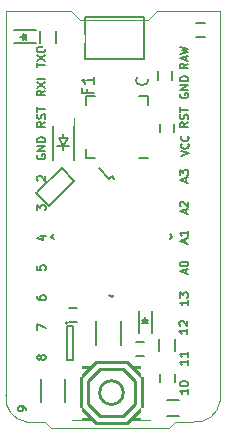
<source format=gto>
G04 #@! TF.FileFunction,Legend,Top*
%FSLAX46Y46*%
G04 Gerber Fmt 4.6, Leading zero omitted, Abs format (unit mm)*
G04 Created by KiCad (PCBNEW 4.0.1-stable) date 01-Oct-16 1:06:19 PM*
%MOMM*%
G01*
G04 APERTURE LIST*
%ADD10C,0.150000*%
%ADD11C,0.100000*%
%ADD12C,0.175000*%
%ADD13C,0.254000*%
%ADD14C,2.032000*%
%ADD15O,2.032000X2.032000*%
%ADD16R,1.220000X0.910000*%
%ADD17R,0.800000X0.800000*%
%ADD18O,0.850000X0.300000*%
%ADD19O,0.300000X0.850000*%
%ADD20R,1.675000X1.675000*%
%ADD21R,0.750000X0.800000*%
%ADD22R,0.800000X0.750000*%
%ADD23R,1.600000X1.000000*%
%ADD24R,0.797560X0.797560*%
%ADD25R,1.060000X0.650000*%
%ADD26R,0.500000X0.900000*%
%ADD27R,0.900000X0.500000*%
%ADD28R,1.000760X1.000760*%
%ADD29R,0.400000X1.600000*%
%ADD30C,1.500000*%
%ADD31O,2.200000X2.500000*%
%ADD32O,2.032000X1.727200*%
%ADD33R,2.029460X2.651760*%
G04 APERTURE END LIST*
D10*
D11*
X169748200Y-123545600D02*
X169748200Y-90500200D01*
X151648400Y-123076200D02*
G75*
G03X153398400Y-125326200I2000000J-250000D01*
G01*
X154923800Y-125326200D02*
X153423800Y-125326200D01*
X155423800Y-125826200D02*
X154923800Y-125326200D01*
X165449200Y-125826200D02*
X155449200Y-125826200D01*
X165974600Y-125326200D02*
X165474600Y-125826200D01*
X167474600Y-125326200D02*
X165974600Y-125326200D01*
X151650700Y-90487500D02*
X151650700Y-123075700D01*
X151648400Y-90500000D02*
X157148400Y-90500000D01*
X157173800Y-90500000D02*
X157923800Y-91250000D01*
X164449200Y-90500000D02*
X163699200Y-91250000D01*
X164439600Y-90500200D02*
X169748200Y-90500200D01*
X163699200Y-91250000D02*
X157949200Y-91250000D01*
X167500000Y-125326200D02*
G75*
G03X169750000Y-123576200I250000J2000000D01*
G01*
D10*
X166401000Y-97510533D02*
X166367667Y-97577199D01*
X166367667Y-97677199D01*
X166401000Y-97777199D01*
X166467667Y-97843866D01*
X166534333Y-97877199D01*
X166667667Y-97910533D01*
X166767667Y-97910533D01*
X166901000Y-97877199D01*
X166967667Y-97843866D01*
X167034333Y-97777199D01*
X167067667Y-97677199D01*
X167067667Y-97610533D01*
X167034333Y-97510533D01*
X167001000Y-97477199D01*
X166767667Y-97477199D01*
X166767667Y-97610533D01*
X167067667Y-97177199D02*
X166367667Y-97177199D01*
X167067667Y-96777199D01*
X166367667Y-96777199D01*
X167067667Y-96443866D02*
X166367667Y-96443866D01*
X166367667Y-96277200D01*
X166401000Y-96177200D01*
X166467667Y-96110533D01*
X166534333Y-96077200D01*
X166667667Y-96043866D01*
X166767667Y-96043866D01*
X166901000Y-96077200D01*
X166967667Y-96110533D01*
X167034333Y-96177200D01*
X167067667Y-96277200D01*
X167067667Y-96443866D01*
X166867667Y-104995600D02*
X166867667Y-104662266D01*
X167067667Y-105062266D02*
X166367667Y-104828933D01*
X167067667Y-104595600D01*
X166367667Y-104428933D02*
X166367667Y-103995600D01*
X166634333Y-104228933D01*
X166634333Y-104128933D01*
X166667667Y-104062266D01*
X166701000Y-104028933D01*
X166767667Y-103995600D01*
X166934333Y-103995600D01*
X167001000Y-104028933D01*
X167034333Y-104062266D01*
X167067667Y-104128933D01*
X167067667Y-104328933D01*
X167034333Y-104395600D01*
X167001000Y-104428933D01*
X167067667Y-99951333D02*
X166734333Y-100184667D01*
X167067667Y-100351333D02*
X166367667Y-100351333D01*
X166367667Y-100084667D01*
X166401000Y-100018000D01*
X166434333Y-99984667D01*
X166501000Y-99951333D01*
X166601000Y-99951333D01*
X166667667Y-99984667D01*
X166701000Y-100018000D01*
X166734333Y-100084667D01*
X166734333Y-100351333D01*
X167034333Y-99684667D02*
X167067667Y-99584667D01*
X167067667Y-99418000D01*
X167034333Y-99351333D01*
X167001000Y-99318000D01*
X166934333Y-99284667D01*
X166867667Y-99284667D01*
X166801000Y-99318000D01*
X166767667Y-99351333D01*
X166734333Y-99418000D01*
X166701000Y-99551333D01*
X166667667Y-99618000D01*
X166634333Y-99651333D01*
X166567667Y-99684667D01*
X166501000Y-99684667D01*
X166434333Y-99651333D01*
X166401000Y-99618000D01*
X166367667Y-99551333D01*
X166367667Y-99384667D01*
X166401000Y-99284667D01*
X166367667Y-99084666D02*
X166367667Y-98684666D01*
X167067667Y-98884666D02*
X166367667Y-98884666D01*
X167067667Y-94971333D02*
X166734333Y-95204667D01*
X167067667Y-95371333D02*
X166367667Y-95371333D01*
X166367667Y-95104667D01*
X166401000Y-95038000D01*
X166434333Y-95004667D01*
X166501000Y-94971333D01*
X166601000Y-94971333D01*
X166667667Y-95004667D01*
X166701000Y-95038000D01*
X166734333Y-95104667D01*
X166734333Y-95371333D01*
X166867667Y-94704667D02*
X166867667Y-94371333D01*
X167067667Y-94771333D02*
X166367667Y-94538000D01*
X167067667Y-94304667D01*
X166367667Y-94138000D02*
X167067667Y-93971333D01*
X166567667Y-93838000D01*
X167067667Y-93704667D01*
X166367667Y-93538000D01*
X167016867Y-117430534D02*
X167016867Y-117830534D01*
X167016867Y-117630534D02*
X166316867Y-117630534D01*
X166416867Y-117697200D01*
X166483533Y-117763867D01*
X166516867Y-117830534D01*
X166383533Y-117163867D02*
X166350200Y-117130533D01*
X166316867Y-117063867D01*
X166316867Y-116897200D01*
X166350200Y-116830533D01*
X166383533Y-116797200D01*
X166450200Y-116763867D01*
X166516867Y-116763867D01*
X166616867Y-116797200D01*
X167016867Y-117197200D01*
X167016867Y-116763867D01*
X167067667Y-115017534D02*
X167067667Y-115417534D01*
X167067667Y-115217534D02*
X166367667Y-115217534D01*
X166467667Y-115284200D01*
X166534333Y-115350867D01*
X166567667Y-115417534D01*
X166367667Y-114784200D02*
X166367667Y-114350867D01*
X166634333Y-114584200D01*
X166634333Y-114484200D01*
X166667667Y-114417533D01*
X166701000Y-114384200D01*
X166767667Y-114350867D01*
X166934333Y-114350867D01*
X167001000Y-114384200D01*
X167034333Y-114417533D01*
X167067667Y-114484200D01*
X167067667Y-114684200D01*
X167034333Y-114750867D01*
X167001000Y-114784200D01*
X166867667Y-112742600D02*
X166867667Y-112409266D01*
X167067667Y-112809266D02*
X166367667Y-112575933D01*
X167067667Y-112342600D01*
X166367667Y-111975933D02*
X166367667Y-111909266D01*
X166401000Y-111842600D01*
X166434333Y-111809266D01*
X166501000Y-111775933D01*
X166634333Y-111742600D01*
X166801000Y-111742600D01*
X166934333Y-111775933D01*
X167001000Y-111809266D01*
X167034333Y-111842600D01*
X167067667Y-111909266D01*
X167067667Y-111975933D01*
X167034333Y-112042600D01*
X167001000Y-112075933D01*
X166934333Y-112109266D01*
X166801000Y-112142600D01*
X166634333Y-112142600D01*
X166501000Y-112109266D01*
X166434333Y-112075933D01*
X166401000Y-112042600D01*
X166367667Y-111975933D01*
X166842267Y-110151800D02*
X166842267Y-109818466D01*
X167042267Y-110218466D02*
X166342267Y-109985133D01*
X167042267Y-109751800D01*
X167042267Y-109151800D02*
X167042267Y-109551800D01*
X167042267Y-109351800D02*
X166342267Y-109351800D01*
X166442267Y-109418466D01*
X166508933Y-109485133D01*
X166542267Y-109551800D01*
X166867667Y-107662600D02*
X166867667Y-107329266D01*
X167067667Y-107729266D02*
X166367667Y-107495933D01*
X167067667Y-107262600D01*
X166434333Y-107062600D02*
X166401000Y-107029266D01*
X166367667Y-106962600D01*
X166367667Y-106795933D01*
X166401000Y-106729266D01*
X166434333Y-106695933D01*
X166501000Y-106662600D01*
X166567667Y-106662600D01*
X166667667Y-106695933D01*
X167067667Y-107095933D01*
X167067667Y-106662600D01*
X167042267Y-120072134D02*
X167042267Y-120472134D01*
X167042267Y-120272134D02*
X166342267Y-120272134D01*
X166442267Y-120338800D01*
X166508933Y-120405467D01*
X166542267Y-120472134D01*
X167042267Y-119405467D02*
X167042267Y-119805467D01*
X167042267Y-119605467D02*
X166342267Y-119605467D01*
X166442267Y-119672133D01*
X166508933Y-119738800D01*
X166542267Y-119805467D01*
X167067667Y-122535934D02*
X167067667Y-122935934D01*
X167067667Y-122735934D02*
X166367667Y-122735934D01*
X166467667Y-122802600D01*
X166534333Y-122869267D01*
X166567667Y-122935934D01*
X166367667Y-122102600D02*
X166367667Y-122035933D01*
X166401000Y-121969267D01*
X166434333Y-121935933D01*
X166501000Y-121902600D01*
X166634333Y-121869267D01*
X166801000Y-121869267D01*
X166934333Y-121902600D01*
X167001000Y-121935933D01*
X167034333Y-121969267D01*
X167067667Y-122035933D01*
X167067667Y-122102600D01*
X167034333Y-122169267D01*
X167001000Y-122202600D01*
X166934333Y-122235933D01*
X166801000Y-122269267D01*
X166634333Y-122269267D01*
X166501000Y-122235933D01*
X166434333Y-122202600D01*
X166401000Y-122169267D01*
X166367667Y-122102600D01*
X153351667Y-124339333D02*
X153351667Y-124206000D01*
X153318333Y-124139333D01*
X153285000Y-124106000D01*
X153185000Y-124039333D01*
X153051667Y-124006000D01*
X152785000Y-124006000D01*
X152718333Y-124039333D01*
X152685000Y-124072666D01*
X152651667Y-124139333D01*
X152651667Y-124272666D01*
X152685000Y-124339333D01*
X152718333Y-124372666D01*
X152785000Y-124406000D01*
X152951667Y-124406000D01*
X153018333Y-124372666D01*
X153051667Y-124339333D01*
X153085000Y-124272666D01*
X153085000Y-124139333D01*
X153051667Y-124072666D01*
X153018333Y-124039333D01*
X152951667Y-124006000D01*
X154602667Y-119903866D02*
X154569333Y-119970533D01*
X154536000Y-120003866D01*
X154469333Y-120037200D01*
X154436000Y-120037200D01*
X154369333Y-120003866D01*
X154336000Y-119970533D01*
X154302667Y-119903866D01*
X154302667Y-119770533D01*
X154336000Y-119703866D01*
X154369333Y-119670533D01*
X154436000Y-119637200D01*
X154469333Y-119637200D01*
X154536000Y-119670533D01*
X154569333Y-119703866D01*
X154602667Y-119770533D01*
X154602667Y-119903866D01*
X154636000Y-119970533D01*
X154669333Y-120003866D01*
X154736000Y-120037200D01*
X154869333Y-120037200D01*
X154936000Y-120003866D01*
X154969333Y-119970533D01*
X155002667Y-119903866D01*
X155002667Y-119770533D01*
X154969333Y-119703866D01*
X154936000Y-119670533D01*
X154869333Y-119637200D01*
X154736000Y-119637200D01*
X154669333Y-119670533D01*
X154636000Y-119703866D01*
X154602667Y-119770533D01*
X154302667Y-117530533D02*
X154302667Y-117063866D01*
X155002667Y-117363866D01*
X154302667Y-114674666D02*
X154302667Y-114808000D01*
X154336000Y-114874666D01*
X154369333Y-114908000D01*
X154469333Y-114974666D01*
X154602667Y-115008000D01*
X154869333Y-115008000D01*
X154936000Y-114974666D01*
X154969333Y-114941333D01*
X155002667Y-114874666D01*
X155002667Y-114741333D01*
X154969333Y-114674666D01*
X154936000Y-114641333D01*
X154869333Y-114608000D01*
X154702667Y-114608000D01*
X154636000Y-114641333D01*
X154602667Y-114674666D01*
X154569333Y-114741333D01*
X154569333Y-114874666D01*
X154602667Y-114941333D01*
X154636000Y-114974666D01*
X154702667Y-115008000D01*
X154302667Y-112101333D02*
X154302667Y-112434666D01*
X154636000Y-112468000D01*
X154602667Y-112434666D01*
X154569333Y-112368000D01*
X154569333Y-112201333D01*
X154602667Y-112134666D01*
X154636000Y-112101333D01*
X154702667Y-112068000D01*
X154869333Y-112068000D01*
X154936000Y-112101333D01*
X154969333Y-112134666D01*
X155002667Y-112201333D01*
X155002667Y-112368000D01*
X154969333Y-112434666D01*
X154936000Y-112468000D01*
X154561400Y-109569266D02*
X155028067Y-109569266D01*
X154294733Y-109735933D02*
X154794733Y-109902600D01*
X154794733Y-109469266D01*
X154302667Y-107370533D02*
X154302667Y-106937200D01*
X154569333Y-107170533D01*
X154569333Y-107070533D01*
X154602667Y-107003866D01*
X154636000Y-106970533D01*
X154702667Y-106937200D01*
X154869333Y-106937200D01*
X154936000Y-106970533D01*
X154969333Y-107003866D01*
X155002667Y-107070533D01*
X155002667Y-107270533D01*
X154969333Y-107337200D01*
X154936000Y-107370533D01*
X154343933Y-104898800D02*
X154310600Y-104865466D01*
X154277267Y-104798800D01*
X154277267Y-104632133D01*
X154310600Y-104565466D01*
X154343933Y-104532133D01*
X154410600Y-104498800D01*
X154477267Y-104498800D01*
X154577267Y-104532133D01*
X154977267Y-104932133D01*
X154977267Y-104498800D01*
X154977267Y-99925933D02*
X154643933Y-100159267D01*
X154977267Y-100325933D02*
X154277267Y-100325933D01*
X154277267Y-100059267D01*
X154310600Y-99992600D01*
X154343933Y-99959267D01*
X154410600Y-99925933D01*
X154510600Y-99925933D01*
X154577267Y-99959267D01*
X154610600Y-99992600D01*
X154643933Y-100059267D01*
X154643933Y-100325933D01*
X154943933Y-99659267D02*
X154977267Y-99559267D01*
X154977267Y-99392600D01*
X154943933Y-99325933D01*
X154910600Y-99292600D01*
X154843933Y-99259267D01*
X154777267Y-99259267D01*
X154710600Y-99292600D01*
X154677267Y-99325933D01*
X154643933Y-99392600D01*
X154610600Y-99525933D01*
X154577267Y-99592600D01*
X154543933Y-99625933D01*
X154477267Y-99659267D01*
X154410600Y-99659267D01*
X154343933Y-99625933D01*
X154310600Y-99592600D01*
X154277267Y-99525933D01*
X154277267Y-99359267D01*
X154310600Y-99259267D01*
X154277267Y-99059266D02*
X154277267Y-98659266D01*
X154977267Y-98859266D02*
X154277267Y-98859266D01*
X154310600Y-102692133D02*
X154277267Y-102758799D01*
X154277267Y-102858799D01*
X154310600Y-102958799D01*
X154377267Y-103025466D01*
X154443933Y-103058799D01*
X154577267Y-103092133D01*
X154677267Y-103092133D01*
X154810600Y-103058799D01*
X154877267Y-103025466D01*
X154943933Y-102958799D01*
X154977267Y-102858799D01*
X154977267Y-102792133D01*
X154943933Y-102692133D01*
X154910600Y-102658799D01*
X154677267Y-102658799D01*
X154677267Y-102792133D01*
X154977267Y-102358799D02*
X154277267Y-102358799D01*
X154977267Y-101958799D01*
X154277267Y-101958799D01*
X154977267Y-101625466D02*
X154277267Y-101625466D01*
X154277267Y-101458800D01*
X154310600Y-101358800D01*
X154377267Y-101292133D01*
X154443933Y-101258800D01*
X154577267Y-101225466D01*
X154677267Y-101225466D01*
X154810600Y-101258800D01*
X154877267Y-101292133D01*
X154943933Y-101358800D01*
X154977267Y-101458800D01*
X154977267Y-101625466D01*
X166471248Y-102796866D02*
X167121248Y-102580200D01*
X166471248Y-102363533D01*
X167059343Y-101775438D02*
X167090295Y-101806390D01*
X167121248Y-101899247D01*
X167121248Y-101961152D01*
X167090295Y-102054009D01*
X167028390Y-102115914D01*
X166966486Y-102146866D01*
X166842676Y-102177818D01*
X166749819Y-102177818D01*
X166626010Y-102146866D01*
X166564105Y-102115914D01*
X166502200Y-102054009D01*
X166471248Y-101961152D01*
X166471248Y-101899247D01*
X166502200Y-101806390D01*
X166533152Y-101775438D01*
X167059343Y-101125438D02*
X167090295Y-101156390D01*
X167121248Y-101249247D01*
X167121248Y-101311152D01*
X167090295Y-101404009D01*
X167028390Y-101465914D01*
X166966486Y-101496866D01*
X166842676Y-101527818D01*
X166749819Y-101527818D01*
X166626010Y-101496866D01*
X166564105Y-101465914D01*
X166502200Y-101404009D01*
X166471248Y-101311152D01*
X166471248Y-101249247D01*
X166502200Y-101156390D01*
X166533152Y-101125438D01*
X154977267Y-97260533D02*
X154643933Y-97493867D01*
X154977267Y-97660533D02*
X154277267Y-97660533D01*
X154277267Y-97393867D01*
X154310600Y-97327200D01*
X154343933Y-97293867D01*
X154410600Y-97260533D01*
X154510600Y-97260533D01*
X154577267Y-97293867D01*
X154610600Y-97327200D01*
X154643933Y-97393867D01*
X154643933Y-97660533D01*
X154277267Y-97027200D02*
X154977267Y-96560533D01*
X154277267Y-96560533D02*
X154977267Y-97027200D01*
X154977267Y-96293866D02*
X154277267Y-96293866D01*
D12*
X154251867Y-95286399D02*
X154251867Y-94886399D01*
X154951867Y-95086399D02*
X154251867Y-95086399D01*
X154251867Y-94719733D02*
X154951867Y-94253066D01*
X154251867Y-94253066D02*
X154951867Y-94719733D01*
X154251867Y-93853066D02*
X154251867Y-93719733D01*
X154285200Y-93653066D01*
X154351867Y-93586399D01*
X154485200Y-93553066D01*
X154718533Y-93553066D01*
X154851867Y-93586399D01*
X154918533Y-93653066D01*
X154951867Y-93719733D01*
X154951867Y-93853066D01*
X154918533Y-93919733D01*
X154851867Y-93986399D01*
X154718533Y-94019733D01*
X154485200Y-94019733D01*
X154351867Y-93986399D01*
X154285200Y-93919733D01*
X154251867Y-93853066D01*
D10*
X156489400Y-101307900D02*
X156489400Y-100926900D01*
X156489400Y-102323900D02*
X156489400Y-101942900D01*
X156489400Y-101942900D02*
X156108400Y-101307900D01*
X156108400Y-101307900D02*
X156870400Y-101307900D01*
X156870400Y-101307900D02*
X156489400Y-101942900D01*
X155981400Y-101942900D02*
X156997400Y-101942900D01*
X155589400Y-99625400D02*
X155589400Y-103165400D01*
X157389400Y-99625400D02*
X157389400Y-103165400D01*
X160604200Y-104499876D02*
X160392068Y-104712008D01*
X165730724Y-109626400D02*
X165518592Y-109838532D01*
X160604200Y-114752924D02*
X160816332Y-114540792D01*
X155477676Y-109626400D02*
X155689808Y-109414268D01*
X160604200Y-104499876D02*
X160816332Y-104712008D01*
X155477676Y-109626400D02*
X155689808Y-109838532D01*
X160604200Y-114752924D02*
X160392068Y-114540792D01*
X165730724Y-109626400D02*
X165518592Y-109414268D01*
X160392068Y-104712008D02*
X159525862Y-103845802D01*
X158411000Y-102955000D02*
X158411000Y-102205000D01*
X163661000Y-97705000D02*
X163661000Y-98455000D01*
X158411000Y-97705000D02*
X158411000Y-98455000D01*
X163661000Y-102955000D02*
X162911000Y-102955000D01*
X163661000Y-97705000D02*
X162911000Y-97705000D01*
X158411000Y-97705000D02*
X159161000Y-97705000D01*
X158411000Y-102955000D02*
X159161000Y-102955000D01*
X164525400Y-96336600D02*
X164525400Y-95636600D01*
X165725400Y-95636600D02*
X165725400Y-96336600D01*
X165928600Y-121265200D02*
X165928600Y-121965200D01*
X164728600Y-121965200D02*
X164728600Y-121265200D01*
X162616400Y-118526000D02*
X163316400Y-118526000D01*
X163316400Y-119726000D02*
X162616400Y-119726000D01*
X165877800Y-100107000D02*
X165877800Y-100807000D01*
X164677800Y-100807000D02*
X164677800Y-100107000D01*
X168472600Y-92725800D02*
X167772600Y-92725800D01*
X167772600Y-91525800D02*
X168472600Y-91525800D01*
X156625400Y-123656600D02*
X156625400Y-121656600D01*
X154575400Y-121656600D02*
X154575400Y-123656600D01*
X159299800Y-116805200D02*
X159299800Y-118805200D01*
X161349800Y-118805200D02*
X161349800Y-116805200D01*
X156952200Y-115630400D02*
X157652200Y-115630400D01*
X157652200Y-116830400D02*
X156952200Y-116830400D01*
X163973600Y-117813000D02*
X163973600Y-115913000D01*
X162873600Y-117813000D02*
X162873600Y-115913000D01*
X163423600Y-116913000D02*
X163423600Y-116463000D01*
X163173600Y-116963000D02*
X163673600Y-116963000D01*
X163423600Y-116963000D02*
X163173600Y-116713000D01*
X163173600Y-116713000D02*
X163673600Y-116713000D01*
X163673600Y-116713000D02*
X163423600Y-116963000D01*
X154185800Y-92160000D02*
X152285800Y-92160000D01*
X154185800Y-93260000D02*
X152285800Y-93260000D01*
X153285800Y-92710000D02*
X152835800Y-92710000D01*
X153335800Y-92960000D02*
X153335800Y-92460000D01*
X153335800Y-92710000D02*
X153085800Y-92960000D01*
X153085800Y-92960000D02*
X153085800Y-92460000D01*
X153085800Y-92460000D02*
X153335800Y-92710000D01*
X156873600Y-116918000D02*
G75*
G03X156873600Y-116918000I-100000J0D01*
G01*
X157323600Y-117168000D02*
X156823600Y-117168000D01*
X157323600Y-120068000D02*
X157323600Y-117168000D01*
X156823600Y-120068000D02*
X157323600Y-120068000D01*
X156823600Y-117168000D02*
X156823600Y-120068000D01*
X165285800Y-123429400D02*
X166285800Y-123429400D01*
X166285800Y-124779400D02*
X165285800Y-124779400D01*
X165978200Y-118295800D02*
X165978200Y-119295800D01*
X164628200Y-119295800D02*
X164628200Y-118295800D01*
X154519000Y-93235400D02*
X154519000Y-92235400D01*
X155869000Y-92235400D02*
X155869000Y-93235400D01*
D13*
X162979100Y-121333260D02*
X163878260Y-121333260D01*
X163878260Y-121333260D02*
X163878260Y-120634760D01*
X163878260Y-120634760D02*
X162278060Y-120634760D01*
X162278060Y-125034040D02*
X163878260Y-125034040D01*
X163878260Y-125034040D02*
X163878260Y-124335540D01*
X163878260Y-124335540D02*
X162979100Y-124335540D01*
X157279340Y-124335540D02*
X157279340Y-125034040D01*
X157279340Y-125034040D02*
X158879540Y-125034040D01*
X157279340Y-124335540D02*
X158178500Y-124335540D01*
X158879540Y-120634760D02*
X157279340Y-120634760D01*
X157279340Y-120634760D02*
X157279340Y-121333260D01*
X157279340Y-121333260D02*
X158178500Y-121333260D01*
X158579820Y-123835160D02*
X159578040Y-124833380D01*
X159578040Y-124833380D02*
X161579560Y-124833380D01*
X161579560Y-124833380D02*
X162577780Y-123835160D01*
X162577780Y-123835160D02*
X162577780Y-121833640D01*
X162577780Y-121833640D02*
X161579560Y-120835420D01*
X161579560Y-120835420D02*
X159578040Y-120835420D01*
X159578040Y-120835420D02*
X158579820Y-121833640D01*
X158579820Y-121833640D02*
X158579820Y-123835160D01*
X159278320Y-125435360D02*
X161879280Y-125435360D01*
X157977840Y-121533920D02*
X157977840Y-124134880D01*
X161879280Y-125435360D02*
X163179760Y-124134880D01*
X163179760Y-124134880D02*
X163179760Y-121533920D01*
X163179760Y-121533920D02*
X161879280Y-120233440D01*
X161879280Y-120233440D02*
X159278320Y-120233440D01*
X157977840Y-124134880D02*
X159278320Y-125435360D01*
X159278320Y-120233440D02*
X157977840Y-121533920D01*
X161579560Y-122834400D02*
G75*
G03X161579560Y-122834400I-1000760J0D01*
G01*
D10*
X158375000Y-91075000D02*
X163375000Y-91075000D01*
X163375000Y-91075000D02*
X163375000Y-94575000D01*
X163375000Y-94575000D02*
X158875000Y-94575000D01*
X158875000Y-94575000D02*
X158375000Y-94575000D01*
X158375000Y-94575000D02*
X158375000Y-91075000D01*
X154299416Y-105885715D02*
X156350025Y-103835105D01*
X156350025Y-103835105D02*
X157410685Y-104895765D01*
X157410685Y-104895765D02*
X155289365Y-107017085D01*
X155289365Y-107017085D02*
X154228705Y-105956425D01*
X154228705Y-105956425D02*
X154299416Y-105885715D01*
X163582543Y-96153266D02*
X163630162Y-96200885D01*
X163677781Y-96343742D01*
X163677781Y-96438980D01*
X163630162Y-96581838D01*
X163534924Y-96677076D01*
X163439686Y-96724695D01*
X163249210Y-96772314D01*
X163106352Y-96772314D01*
X162915876Y-96724695D01*
X162820638Y-96677076D01*
X162725400Y-96581838D01*
X162677781Y-96438980D01*
X162677781Y-96343742D01*
X162725400Y-96200885D01*
X162773019Y-96153266D01*
X163677781Y-95200885D02*
X163677781Y-95772314D01*
X163677781Y-95486600D02*
X162677781Y-95486600D01*
X162820638Y-95581838D01*
X162915876Y-95677076D01*
X162963495Y-95772314D01*
X158541411Y-97158133D02*
X158541411Y-97491467D01*
X159065221Y-97491467D02*
X158065221Y-97491467D01*
X158065221Y-97015276D01*
X159065221Y-96110514D02*
X159065221Y-96681943D01*
X159065221Y-96396229D02*
X158065221Y-96396229D01*
X158208078Y-96491467D01*
X158303316Y-96586705D01*
X158350935Y-96681943D01*
%LPC*%
D14*
X165455600Y-116154200D03*
D15*
X165455600Y-113614200D03*
D16*
X156489400Y-99990400D03*
X156489400Y-103260400D03*
D14*
X165455600Y-105689400D03*
D15*
X165455600Y-103149400D03*
D17*
X153746200Y-91338400D03*
X152496200Y-91338400D03*
D10*
G36*
X158942499Y-104429165D02*
X159366763Y-104004901D01*
X160215291Y-104853429D01*
X159791027Y-105277693D01*
X158942499Y-104429165D01*
X158942499Y-104429165D01*
G37*
G36*
X158376814Y-104994851D02*
X158801078Y-104570587D01*
X159649606Y-105419115D01*
X159225342Y-105843379D01*
X158376814Y-104994851D01*
X158376814Y-104994851D01*
G37*
G36*
X157811128Y-105560536D02*
X158235392Y-105136272D01*
X159083920Y-105984800D01*
X158659656Y-106409064D01*
X157811128Y-105560536D01*
X157811128Y-105560536D01*
G37*
G36*
X157245443Y-106126221D02*
X157669707Y-105701957D01*
X158518235Y-106550485D01*
X158093971Y-106974749D01*
X157245443Y-106126221D01*
X157245443Y-106126221D01*
G37*
G36*
X156679757Y-106691907D02*
X157104021Y-106267643D01*
X157952549Y-107116171D01*
X157528285Y-107540435D01*
X156679757Y-106691907D01*
X156679757Y-106691907D01*
G37*
G36*
X156114072Y-107257592D02*
X156538336Y-106833328D01*
X157386864Y-107681856D01*
X156962600Y-108106120D01*
X156114072Y-107257592D01*
X156114072Y-107257592D01*
G37*
G36*
X155548387Y-107823278D02*
X155972651Y-107399014D01*
X156821179Y-108247542D01*
X156396915Y-108671806D01*
X155548387Y-107823278D01*
X155548387Y-107823278D01*
G37*
G36*
X154982701Y-108388963D02*
X155406965Y-107964699D01*
X156255493Y-108813227D01*
X155831229Y-109237491D01*
X154982701Y-108388963D01*
X154982701Y-108388963D01*
G37*
G36*
X155406965Y-111288101D02*
X154982701Y-110863837D01*
X155831229Y-110015309D01*
X156255493Y-110439573D01*
X155406965Y-111288101D01*
X155406965Y-111288101D01*
G37*
G36*
X155972651Y-111853786D02*
X155548387Y-111429522D01*
X156396915Y-110580994D01*
X156821179Y-111005258D01*
X155972651Y-111853786D01*
X155972651Y-111853786D01*
G37*
G36*
X156538336Y-112419472D02*
X156114072Y-111995208D01*
X156962600Y-111146680D01*
X157386864Y-111570944D01*
X156538336Y-112419472D01*
X156538336Y-112419472D01*
G37*
G36*
X157104021Y-112985157D02*
X156679757Y-112560893D01*
X157528285Y-111712365D01*
X157952549Y-112136629D01*
X157104021Y-112985157D01*
X157104021Y-112985157D01*
G37*
G36*
X157669707Y-113550843D02*
X157245443Y-113126579D01*
X158093971Y-112278051D01*
X158518235Y-112702315D01*
X157669707Y-113550843D01*
X157669707Y-113550843D01*
G37*
G36*
X158235392Y-114116528D02*
X157811128Y-113692264D01*
X158659656Y-112843736D01*
X159083920Y-113268000D01*
X158235392Y-114116528D01*
X158235392Y-114116528D01*
G37*
G36*
X158801078Y-114682213D02*
X158376814Y-114257949D01*
X159225342Y-113409421D01*
X159649606Y-113833685D01*
X158801078Y-114682213D01*
X158801078Y-114682213D01*
G37*
G36*
X159366763Y-115247899D02*
X158942499Y-114823635D01*
X159791027Y-113975107D01*
X160215291Y-114399371D01*
X159366763Y-115247899D01*
X159366763Y-115247899D01*
G37*
G36*
X160993109Y-114399371D02*
X161417373Y-113975107D01*
X162265901Y-114823635D01*
X161841637Y-115247899D01*
X160993109Y-114399371D01*
X160993109Y-114399371D01*
G37*
G36*
X161558794Y-113833685D02*
X161983058Y-113409421D01*
X162831586Y-114257949D01*
X162407322Y-114682213D01*
X161558794Y-113833685D01*
X161558794Y-113833685D01*
G37*
G36*
X162124480Y-113268000D02*
X162548744Y-112843736D01*
X163397272Y-113692264D01*
X162973008Y-114116528D01*
X162124480Y-113268000D01*
X162124480Y-113268000D01*
G37*
G36*
X162690165Y-112702315D02*
X163114429Y-112278051D01*
X163962957Y-113126579D01*
X163538693Y-113550843D01*
X162690165Y-112702315D01*
X162690165Y-112702315D01*
G37*
G36*
X163255851Y-112136629D02*
X163680115Y-111712365D01*
X164528643Y-112560893D01*
X164104379Y-112985157D01*
X163255851Y-112136629D01*
X163255851Y-112136629D01*
G37*
G36*
X163821536Y-111570944D02*
X164245800Y-111146680D01*
X165094328Y-111995208D01*
X164670064Y-112419472D01*
X163821536Y-111570944D01*
X163821536Y-111570944D01*
G37*
G36*
X164387221Y-111005258D02*
X164811485Y-110580994D01*
X165660013Y-111429522D01*
X165235749Y-111853786D01*
X164387221Y-111005258D01*
X164387221Y-111005258D01*
G37*
G36*
X164952907Y-110439573D02*
X165377171Y-110015309D01*
X166225699Y-110863837D01*
X165801435Y-111288101D01*
X164952907Y-110439573D01*
X164952907Y-110439573D01*
G37*
G36*
X165377171Y-109237491D02*
X164952907Y-108813227D01*
X165801435Y-107964699D01*
X166225699Y-108388963D01*
X165377171Y-109237491D01*
X165377171Y-109237491D01*
G37*
G36*
X164811485Y-108671806D02*
X164387221Y-108247542D01*
X165235749Y-107399014D01*
X165660013Y-107823278D01*
X164811485Y-108671806D01*
X164811485Y-108671806D01*
G37*
G36*
X164245800Y-108106120D02*
X163821536Y-107681856D01*
X164670064Y-106833328D01*
X165094328Y-107257592D01*
X164245800Y-108106120D01*
X164245800Y-108106120D01*
G37*
G36*
X163680115Y-107540435D02*
X163255851Y-107116171D01*
X164104379Y-106267643D01*
X164528643Y-106691907D01*
X163680115Y-107540435D01*
X163680115Y-107540435D01*
G37*
G36*
X163114429Y-106974749D02*
X162690165Y-106550485D01*
X163538693Y-105701957D01*
X163962957Y-106126221D01*
X163114429Y-106974749D01*
X163114429Y-106974749D01*
G37*
G36*
X162548744Y-106409064D02*
X162124480Y-105984800D01*
X162973008Y-105136272D01*
X163397272Y-105560536D01*
X162548744Y-106409064D01*
X162548744Y-106409064D01*
G37*
G36*
X161983058Y-105843379D02*
X161558794Y-105419115D01*
X162407322Y-104570587D01*
X162831586Y-104994851D01*
X161983058Y-105843379D01*
X161983058Y-105843379D01*
G37*
G36*
X161417373Y-105277693D02*
X160993109Y-104853429D01*
X161841637Y-104004901D01*
X162265901Y-104429165D01*
X161417373Y-105277693D01*
X161417373Y-105277693D01*
G37*
D18*
X163486000Y-101830000D03*
X163486000Y-101330000D03*
X163486000Y-100830000D03*
X163486000Y-100330000D03*
X163486000Y-99830000D03*
X163486000Y-99330000D03*
X163486000Y-98830000D03*
D19*
X162536000Y-97880000D03*
X162036000Y-97880000D03*
X161536000Y-97880000D03*
X161036000Y-97880000D03*
X160536000Y-97880000D03*
X160036000Y-97880000D03*
X159536000Y-97880000D03*
D18*
X158586000Y-98830000D03*
X158586000Y-99330000D03*
X158586000Y-99830000D03*
X158586000Y-100330000D03*
X158586000Y-100830000D03*
X158586000Y-101330000D03*
X158586000Y-101830000D03*
D19*
X159536000Y-102780000D03*
X160036000Y-102780000D03*
X160536000Y-102780000D03*
X161036000Y-102780000D03*
X161536000Y-102780000D03*
X162036000Y-102780000D03*
X162536000Y-102780000D03*
D20*
X160198500Y-99492500D03*
X160198500Y-101167500D03*
X161873500Y-99492500D03*
X161873500Y-101167500D03*
D21*
X165125400Y-96736600D03*
X165125400Y-95236600D03*
X165328600Y-120865200D03*
X165328600Y-122365200D03*
D22*
X162216400Y-119126000D03*
X163716400Y-119126000D03*
D21*
X165277800Y-99707000D03*
X165277800Y-101207000D03*
D22*
X168872600Y-92125800D03*
X167372600Y-92125800D03*
D23*
X155600400Y-121156600D03*
X155600400Y-124156600D03*
X160324800Y-119305200D03*
X160324800Y-116305200D03*
D22*
X156552200Y-116230400D03*
X158052200Y-116230400D03*
D24*
X163423600Y-115963700D03*
X163423600Y-117462300D03*
X152336500Y-92710000D03*
X153835100Y-92710000D03*
D25*
X155973600Y-117668000D03*
X155973600Y-118618000D03*
X155973600Y-119568000D03*
X158173600Y-119568000D03*
X158173600Y-117668000D03*
D26*
X166535800Y-124104400D03*
X165035800Y-124104400D03*
D27*
X165303200Y-119545800D03*
X165303200Y-118045800D03*
X155194000Y-91985400D03*
X155194000Y-93485400D03*
D28*
X157579060Y-120985280D03*
X163578540Y-124683520D03*
X157579060Y-124683520D03*
X163578540Y-120985280D03*
D29*
X162175000Y-95675000D03*
X161525000Y-95675000D03*
X160875000Y-95675000D03*
X160225000Y-95675000D03*
X159575000Y-95675000D03*
D30*
X163300000Y-95575000D03*
D31*
X164500000Y-92925000D03*
D30*
X158450000Y-95575000D03*
D31*
X157250000Y-92925000D03*
D10*
G36*
X155289365Y-106875664D02*
X154370126Y-105956425D01*
X154652969Y-105673582D01*
X155572208Y-106592821D01*
X155289365Y-106875664D01*
X155289365Y-106875664D01*
G37*
G36*
X156137893Y-106027136D02*
X155218654Y-105107897D01*
X155501497Y-104825054D01*
X156420736Y-105744293D01*
X156137893Y-106027136D01*
X156137893Y-106027136D01*
G37*
G36*
X156986421Y-105178608D02*
X156067182Y-104259369D01*
X156350025Y-103976526D01*
X157269264Y-104895765D01*
X156986421Y-105178608D01*
X156986421Y-105178608D01*
G37*
D14*
X153050000Y-122425000D03*
D32*
X153050000Y-119885000D03*
X153050000Y-117345000D03*
X153050000Y-114805000D03*
X153050000Y-112265000D03*
X153050000Y-109725000D03*
X153050000Y-107185000D03*
X153050000Y-104645000D03*
X153050000Y-102105000D03*
X153050000Y-99565000D03*
X153050000Y-97025000D03*
X153050000Y-94485000D03*
D14*
X168300000Y-94500000D03*
D32*
X168300000Y-97040000D03*
X168300000Y-99580000D03*
X168300000Y-102120000D03*
X168300000Y-104660000D03*
X168300000Y-107200000D03*
X168300000Y-109740000D03*
X168300000Y-112280000D03*
X168300000Y-114820000D03*
X168300000Y-117360000D03*
X168300000Y-119900000D03*
X168300000Y-122440000D03*
D33*
X156413200Y-94790260D03*
X156413200Y-98960940D03*
M02*

</source>
